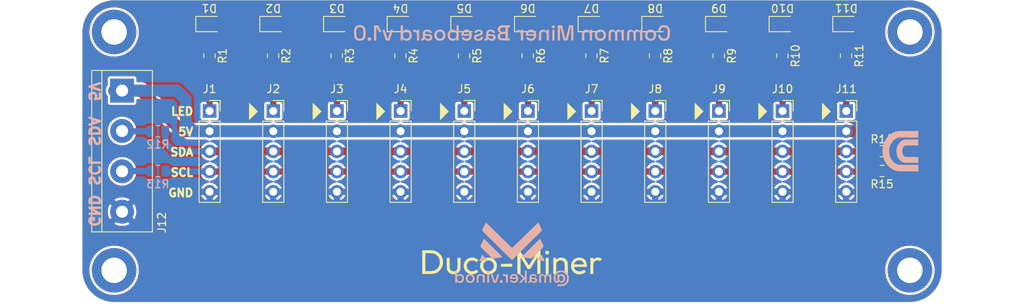
<source format=kicad_pcb>
(kicad_pcb (version 20221018) (generator pcbnew)
  (layers (0 "F.Cu" signal) (31 "B.Cu" signal) (34 "B.Paste" user) (35 "F.Paste" user) (36 "B.SilkS" user "B.Silkscreen") (37 "F.SilkS" user "F.Silkscreen") (38 "B.Mask" user) (39 "F.Mask" user) (44 "Edge.Cuts" user))
  (net 0 "")
  (net 1 "Net-(D1-A)")
  (net 2 "GND")
  (net 3 "Net-(D2-A)")
  (net 4 "Net-(D3-A)")
  (net 5 "Net-(D4-A)")
  (net 6 "Net-(D5-A)")
  (net 7 "Net-(D6-A)")
  (net 8 "Net-(D7-A)")
  (net 9 "Net-(D8-A)")
  (net 10 "Net-(D9-A)")
  (net 11 "Net-(D10-A)")
  (net 12 "Net-(D11-A)")
  (net 13 "SCL")
  (net 14 "SDA")
  (net 15 "5V")
  (net 16 "LED_1")
  (net 17 "LED_2")
  (net 18 "LED_3")
  (net 19 "LED_4")
  (net 20 "LED_5")
  (net 21 "LED_6")
  (net 22 "LED_7")
  (net 23 "LED_8")
  (net 24 "LED_9")
  (net 25 "LED_10")
  (net 26 "LED_11")
  (net 27 "Net-(J12-Pin_2)")
  (net 28 "Net-(J12-Pin_3)")
  (footprint "LED_SMD:LED_0805_2012Metric" (layer "F.Cu") (at 50 49)
    (fp_text reference "D2" (at 0 -2 180 unlocked) (layer "F.SilkS"))
    (fp_text value "LED")
    (pad "1" smd roundrect (at -0.9375 0) (size 0.975 1.4) (layers "F.Cu" "F.Paste" "F.Mask") (net 2 "GND"))
    (pad "2" smd roundrect (at 0.9375 0) (size 0.975 1.4) (layers "F.Cu" "F.Paste" "F.Mask") (net 3 "Net-(D2-A)"))
  )
  (footprint "LED_SMD:LED_0805_2012Metric" (layer "F.Cu") (at 57.995 49)
    (fp_text reference "D3" (at 0 -2 180 unlocked) (layer "F.SilkS"))
    (fp_text value "LED")
    (pad "1" smd roundrect (at -0.9375 0) (size 0.975 1.4) (layers "F.Cu" "F.Paste" "F.Mask") (net 2 "GND"))
    (pad "2" smd roundrect (at 0.9375 0) (size 0.975 1.4) (layers "F.Cu" "F.Paste" "F.Mask") (net 4 "Net-(D3-A)"))
  )
  (footprint "LED_SMD:LED_0805_2012Metric" (layer "F.Cu") (at 65.995 49)
    (fp_text reference "D4" (at 0 -2 180 unlocked) (layer "F.SilkS"))
    (fp_text value "LED")
    (pad "1" smd roundrect (at -0.9375 0) (size 0.975 1.4) (layers "F.Cu" "F.Paste" "F.Mask") (net 2 "GND"))
    (pad "2" smd roundrect (at 0.9375 0) (size 0.975 1.4) (layers "F.Cu" "F.Paste" "F.Mask") (net 5 "Net-(D4-A)"))
  )
  (footprint "LED_SMD:LED_0805_2012Metric" (layer "F.Cu") (at 73.995 49)
    (fp_text reference "D5" (at 0.005 -2 180 unlocked) (layer "F.SilkS"))
    (fp_text value "LED")
    (pad "1" smd roundrect (at -0.9375 0) (size 0.975 1.4) (layers "F.Cu" "F.Paste" "F.Mask") (net 2 "GND"))
    (pad "2" smd roundrect (at 0.9375 0) (size 0.975 1.4) (layers "F.Cu" "F.Paste" "F.Mask") (net 6 "Net-(D5-A)"))
  )
  (footprint "LED_SMD:LED_0805_2012Metric" (layer "F.Cu") (at 81.995 49)
    (fp_text reference "D6" (at 0 -2 180 unlocked) (layer "F.SilkS"))
    (fp_text value "LED")
    (pad "1" smd roundrect (at -0.9375 0) (size 0.975 1.4) (layers "F.Cu" "F.Paste" "F.Mask") (net 2 "GND"))
    (pad "2" smd roundrect (at 0.9375 0) (size 0.975 1.4) (layers "F.Cu" "F.Paste" "F.Mask") (net 7 "Net-(D6-A)"))
  )
  (footprint "LED_SMD:LED_0805_2012Metric" (layer "F.Cu") (at 89.995 49)
    (fp_text reference "D7" (at 0 -2 180 unlocked) (layer "F.SilkS"))
    (fp_text value "LED")
    (pad "1" smd roundrect (at -0.9375 0) (size 0.975 1.4) (layers "F.Cu" "F.Paste" "F.Mask") (net 2 "GND"))
    (pad "2" smd roundrect (at 0.9375 0) (size 0.975 1.4) (layers "F.Cu" "F.Paste" "F.Mask") (net 8 "Net-(D7-A)"))
  )
  (footprint "LED_SMD:LED_0805_2012Metric" (layer "F.Cu") (at 97.995 49)
    (fp_text reference "D8" (at 0.005 -2 180 unlocked) (layer "F.SilkS"))
    (fp_text value "LED")
    (pad "1" smd roundrect (at -0.9375 0) (size 0.975 1.4) (layers "F.Cu" "F.Paste" "F.Mask") (net 2 "GND"))
    (pad "2" smd roundrect (at 0.9375 0) (size 0.975 1.4) (layers "F.Cu" "F.Paste" "F.Mask") (net 9 "Net-(D8-A)"))
  )
  (footprint "LED_SMD:LED_0805_2012Metric" (layer "F.Cu") (at 105.995 49)
    (fp_text reference "D9" (at 0.005 -2 180 unlocked) (layer "F.SilkS"))
    (fp_text value "LED")
    (pad "1" smd roundrect (at -0.9375 0) (size 0.975 1.4) (layers "F.Cu" "F.Paste" "F.Mask") (net 2 "GND"))
    (pad "2" smd roundrect (at 0.9375 0) (size 0.975 1.4) (layers "F.Cu" "F.Paste" "F.Mask") (net 10 "Net-(D9-A)"))
  )
  (footprint "LED_SMD:LED_0805_2012Metric" (layer "F.Cu") (at 113.995 49)
    (fp_text reference "D10" (at 0 -2 180 unlocked) (layer "F.SilkS"))
    (fp_text value "LED")
    (pad "1" smd roundrect (at -0.9375 0) (size 0.975 1.4) (layers "F.Cu" "F.Paste" "F.Mask") (net 2 "GND"))
    (pad "2" smd roundrect (at 0.9375 0) (size 0.975 1.4) (layers "F.Cu" "F.Paste" "F.Mask") (net 11 "Net-(D10-A)"))
  )
  (footprint "LED_SMD:LED_0805_2012Metric" (layer "F.Cu") (at 121.995 49)
    (fp_text reference "D11" (at 0 -2 180 unlocked) (layer "F.SilkS"))
    (fp_text value "LED")
    (pad "1" smd roundrect (at -0.9375 0) (size 0.975 1.4) (layers "F.Cu" "F.Paste" "F.Mask") (net 2 "GND"))
    (pad "2" smd roundrect (at 0.9375 0) (size 0.975 1.4) (layers "F.Cu" "F.Paste" "F.Mask") (net 12 "Net-(D11-A)"))
  )
  (footprint "Connector_PinSocket_2.54mm:PinSocket_1x05_P2.54mm_Vertical" (layer "F.Cu") (at 50 59.95)
    (fp_text reference "J2" (at 0 -2.77) (layer "F.SilkS"))
    (fp_text value "EXP2")
    (pad "1" thru_hole rect (at 0 0) (size 1.7 1.7) (drill 1) (layers "*.Cu" "*.Mask") (net 17 "LED_2"))
    (pad "2" thru_hole oval (at 0 2.54) (size 1.7 1.7) (drill 1) (layers "*.Cu" "*.Mask") (net 15 "5V"))
    (pad "3" thru_hole oval (at 0 5.08) (size 1.7 1.7) (drill 1) (layers "*.Cu" "*.Mask") (net 14 "SDA"))
    (pad "4" thru_hole oval (at 0 7.62) (size 1.7 1.7) (drill 1) (layers "*.Cu" "*.Mask") (net 13 "SCL"))
    (pad "5" thru_hole oval (at 0 10.16) (size 1.7 1.7) (drill 1) (layers "*.Cu" "*.Mask") (net 2 "GND"))
  )
  (footprint "Connector_PinSocket_2.54mm:PinSocket_1x05_P2.54mm_Vertical" (layer "F.Cu") (at 58 59.95)
    (fp_text reference "J3" (at 0 -2.77) (layer "F.SilkS"))
    (fp_text value "EXP3")
    (pad "1" thru_hole rect (at 0 0) (size 1.7 1.7) (drill 1) (layers "*.Cu" "*.Mask") (net 18 "LED_3"))
    (pad "2" thru_hole oval (at 0 2.54) (size 1.7 1.7) (drill 1) (layers "*.Cu" "*.Mask") (net 15 "5V"))
    (pad "3" thru_hole oval (at 0 5.08) (size 1.7 1.7) (drill 1) (layers "*.Cu" "*.Mask") (net 14 "SDA"))
    (pad "4" thru_hole oval (at 0 7.62) (size 1.7 1.7) (drill 1) (layers "*.Cu" "*.Mask") (net 13 "SCL"))
    (pad "5" thru_hole oval (at 0 10.16) (size 1.7 1.7) (drill 1) (layers "*.Cu" "*.Mask") (net 2 "GND"))
  )
  (footprint "Connector_PinSocket_2.54mm:PinSocket_1x05_P2.54mm_Vertical" (layer "F.Cu") (at 66 59.95)
    (fp_text reference "J4" (at 0 -2.77) (layer "F.SilkS"))
    (fp_text value "EXP4")
    (pad "1" thru_hole rect (at 0 0) (size 1.7 1.7) (drill 1) (layers "*.Cu" "*.Mask") (net 19 "LED_4"))
    (pad "2" thru_hole oval (at 0 2.54) (size 1.7 1.7) (drill 1) (layers "*.Cu" "*.Mask") (net 15 "5V"))
    (pad "3" thru_hole oval (at 0 5.08) (size 1.7 1.7) (drill 1) (layers "*.Cu" "*.Mask") (net 14 "SDA"))
    (pad "4" thru_hole oval (at 0 7.62) (size 1.7 1.7) (drill 1) (layers "*.Cu" "*.Mask") (net 13 "SCL"))
    (pad "5" thru_hole oval (at 0 10.16) (size 1.7 1.7) (drill 1) (layers "*.Cu" "*.Mask") (net 2 "GND"))
  )
  (footprint "Connector_PinSocket_2.54mm:PinSocket_1x05_P2.54mm_Vertical" (layer "F.Cu") (at 74 59.95)
    (fp_text reference "J5" (at 0 -2.77) (layer "F.SilkS"))
    (fp_text value "EXP5")
    (pad "1" thru_hole rect (at 0 0) (size 1.7 1.7) (drill 1) (layers "*.Cu" "*.Mask") (net 20 "LED_5"))
    (pad "2" thru_hole oval (at 0 2.54) (size 1.7 1.7) (drill 1) (layers "*.Cu" "*.Mask") (net 15 "5V"))
    (pad "3" thru_hole oval (at 0 5.08) (size 1.7 1.7) (drill 1) (layers "*.Cu" "*.Mask") (net 14 "SDA"))
    (pad "4" thru_hole oval (at 0 7.62) (size 1.7 1.7) (drill 1) (layers "*.Cu" "*.Mask") (net 13 "SCL"))
    (pad "5" thru_hole oval (at 0 10.16) (size 1.7 1.7) (drill 1) (layers "*.Cu" "*.Mask") (net 2 "GND"))
  )
  (footprint "Connector_PinSocket_2.54mm:PinSocket_1x05_P2.54mm_Vertical" (layer "F.Cu") (at 82 59.95)
    (fp_text reference "J6" (at 0 -2.77) (layer "F.SilkS"))
    (fp_text value "EXP6")
    (pad "1" thru_hole rect (at 0 0) (size 1.7 1.7) (drill 1) (layers "*.Cu" "*.Mask") (net 21 "LED_6"))
    (pad "2" thru_hole oval (at 0 2.54) (size 1.7 1.7) (drill 1) (layers "*.Cu" "*.Mask") (net 15 "5V"))
    (pad "3" thru_hole oval (at 0 5.08) (size 1.7 1.7) (drill 1) (layers "*.Cu" "*.Mask") (net 14 "SDA"))
    (pad "4" thru_hole oval (at 0 7.62) (size 1.7 1.7) (drill 1) (layers "*.Cu" "*.Mask") (net 13 "SCL"))
    (pad "5" thru_hole oval (at 0 10.16) (size 1.7 1.7) (drill 1) (layers "*.Cu" "*.Mask") (net 2 "GND"))
  )
  (footprint "Connector_PinSocket_2.54mm:PinSocket_1x05_P2.54mm_Vertical" (layer "F.Cu") (at 90 59.95)
    (fp_text reference "J7" (at 0 -2.77) (layer "F.SilkS"))
    (fp_text value "EXP7")
    (pad "1" thru_hole rect (at 0 0) (size 1.7 1.7) (drill 1) (layers "*.Cu" "*.Mask") (net 22 "LED_7"))
    (pad "2" thru_hole oval (at 0 2.54) (size 1.7 1.7) (drill 1) (layers "*.Cu" "*.Mask") (net 15 "5V"))
    (pad "3" thru_hole oval (at 0 5.08) (size 1.7 1.7) (drill 1) (layers "*.Cu" "*.Mask") (net 14 "SDA"))
    (pad "4" thru_hole oval (at 0 7.62) (size 1.7 1.7) (drill 1) (layers "*.Cu" "*.Mask") (net 13 "SCL"))
    (pad "5" thru_hole oval (at 0 10.16) (size 1.7 1.7) (drill 1) (layers "*.Cu" "*.Mask") (net 2 "GND"))
  )
  (footprint "Connector_PinSocket_2.54mm:PinSocket_1x05_P2.54mm_Vertical" (layer "F.Cu") (at 106 59.95)
    (fp_text reference "J9" (at 0 -2.77) (layer "F.SilkS"))
    (fp_text value "EXP9")
    (pad "1" thru_hole rect (at 0 0) (size 1.7 1.7) (drill 1) (layers "*.Cu" "*.Mask") (net 24 "LED_9"))
    (pad "2" thru_hole oval (at 0 2.54) (size 1.7 1.7) (drill 1) (layers "*.Cu" "*.Mask") (net 15 "5V"))
    (pad "3" thru_hole oval (at 0 5.08) (size 1.7 1.7) (drill 1) (layers "*.Cu" "*.Mask") (net 14 "SDA"))
    (pad "4" thru_hole oval (at 0 7.62) (size 1.7 1.7) (drill 1) (layers "*.Cu" "*.Mask") (net 13 "SCL"))
    (pad "5" thru_hole oval (at 0 10.16) (size 1.7 1.7) (drill 1) (layers "*.Cu" "*.Mask") (net 2 "GND"))
  )
  (footprint "Connector_PinSocket_2.54mm:PinSocket_1x05_P2.54mm_Vertical" (layer "F.Cu") (at 114 59.95)
    (fp_text reference "J10" (at 0 -2.77) (layer "F.SilkS"))
    (fp_text value "EXP10")
    (pad "1" thru_hole rect (at 0 0) (size 1.7 1.7) (drill 1) (layers "*.Cu" "*.Mask") (net 25 "LED_10"))
    (pad "2" thru_hole oval (at 0 2.54) (size 1.7 1.7) (drill 1) (layers "*.Cu" "*.Mask") (net 15 "5V"))
    (pad "3" thru_hole oval (at 0 5.08) (size 1.7 1.7) (drill 1) (layers "*.Cu" "*.Mask") (net 14 "SDA"))
    (pad "4" thru_hole oval (at 0 7.62) (size 1.7 1.7) (drill 1) (layers "*.Cu" "*.Mask") (net 13 "SCL"))
    (pad "5" thru_hole oval (at 0 10.16) (size 1.7 1.7) (drill 1) (layers "*.Cu" "*.Mask") (net 2 "GND"))
  )
  (footprint "Connector_PinSocket_2.54mm:PinSocket_1x05_P2.54mm_Vertical" (layer "F.Cu") (at 122 59.95)
    (fp_text reference "J11" (at 0 -2.77) (layer "F.SilkS"))
    (fp_text value "EXP11")
    (pad "1" thru_hole rect (at 0 0) (size 1.7 1.7) (drill 1) (layers "*.Cu" "*.Mask") (net 26 "LED_11"))
    (pad "2" thru_hole oval (at 0 2.54) (size 1.7 1.7) (drill 1) (layers "*.Cu" "*.Mask") (net 15 "5V"))
    (pad "3" thru_hole oval (at 0 5.08) (size 1.7 1.7) (drill 1) (layers "*.Cu" "*.Mask") (net 14 "SDA"))
    (pad "4" thru_hole oval (at 0 7.62) (size 1.7 1.7) (drill 1) (layers "*.Cu" "*.Mask") (net 13 "SCL"))
    (pad "5" thru_hole oval (at 0 10.16) (size 1.7 1.7) (drill 1) (layers "*.Cu" "*.Mask") (net 2 "GND"))
  )
  (footprint "Resistor_SMD:R_0805_2012Metric" (layer "F.Cu") (at 41.975 53 -90)
    (fp_text reference "R1" (at 0 -1.65 90) (layer "F.SilkS"))
    (fp_text value "1k")
    (pad "1" smd roundrect (at -0.9375 0 270) (size 0.975 1.4) (layers "F.Cu" "F.Paste" "F.Mask") (net 1 "Net-(D1-A)"))
    (pad "2" smd roundrect (at 0.9375 0 270) (size 0.975 1.4) (layers "F.Cu" "F.Paste" "F.Mask") (net 16 "LED_1"))
  )
  (footprint "Resistor_SMD:R_0805_2012Metric" (layer "F.Cu") (at 49.975 53 -90)
    (fp_text reference "R2" (at 0 -1.65 90) (layer "F.SilkS"))
    (fp_text value "1k")
    (pad "1" smd roundrect (at -0.9375 0 270) (size 0.975 1.4) (layers "F.Cu" "F.Paste" "F.Mask") (net 3 "Net-(D2-A)"))
    (pad "2" smd roundrect (at 0.9375 0 270) (size 0.975 1.4) (layers "F.Cu" "F.Paste" "F.Mask") (net 17 "LED_2"))
  )
  (footprint "Resistor_SMD:R_0805_2012Metric" (layer "F.Cu") (at 57.975 53 -90)
    (fp_text reference "R3" (at 0 -1.65 90) (layer "F.SilkS"))
    (fp_text value "1k")
    (pad "1" smd roundrect (at -0.9375 0 270) (size 0.975 1.4) (layers "F.Cu" "F.Paste" "F.Mask") (net 4 "Net-(D3-A)"))
    (pad "2" smd roundrect (at 0.9375 0 270) (size 0.975 1.4) (layers "F.Cu" "F.Paste" "F.Mask") (net 18 "LED_3"))
  )
  (footprint "Resistor_SMD:R_0805_2012Metric" (layer "F.Cu") (at 65.975 53 -90)
    (fp_text reference "R4" (at 0 -1.65 90) (layer "F.SilkS"))
    (fp_text value "1k")
    (pad "1" smd roundrect (at -0.9375 0 270) (size 0.975 1.4) (layers "F.Cu" "F.Paste" "F.Mask") (net 5 "Net-(D4-A)"))
    (pad "2" smd roundrect (at 0.9375 0 270) (size 0.975 1.4) (layers "F.Cu" "F.Paste" "F.Mask") (net 19 "LED_4"))
  )
  (footprint "Resistor_SMD:R_0805_2012Metric" (layer "F.Cu") (at 73.975 53 -90)
    (fp_text reference "R5" (at 0 -1.65 90) (layer "F.SilkS"))
    (fp_text value "1k")
    (pad "1" smd roundrect (at -0.9375 0 270) (size 0.975 1.4) (layers "F.Cu" "F.Paste" "F.Mask") (net 6 "Net-(D5-A)"))
    (pad "2" smd roundrect (at 0.9375 0 270) (size 0.975 1.4) (layers "F.Cu" "F.Paste" "F.Mask") (net 20 "LED_5"))
  )
  (footprint "Resistor_SMD:R_0805_2012Metric" (layer "F.Cu") (at 81.975 53 -90)
    (fp_text reference "R6" (at 0 -1.65 90) (layer "F.SilkS"))
    (fp_text value "1k")
    (pad "1" smd roundrect (at -0.9375 0 270) (size 0.975 1.4) (layers "F.Cu" "F.Paste" "F.Mask") (net 7 "Net-(D6-A)"))
    (pad "2" smd roundrect (at 0.9375 0 270) (size 0.975 1.4) (layers "F.Cu" "F.Paste" "F.Mask") (net 21 "LED_6"))
  )
  (footprint "Resistor_SMD:R_0805_2012Metric" (layer "F.Cu") (at 89.975 53 -90)
    (fp_text reference "R7" (at 0 -1.65 90) (layer "F.SilkS"))
    (fp_text value "1k")
    (pad "1" smd roundrect (at -0.9375 0 270) (size 0.975 1.4) (layers "F.Cu" "F.Paste" "F.Mask") (net 8 "Net-(D7-A)"))
    (pad "2" smd roundrect (at 0.9375 0 270) (size 0.975 1.4) (layers "F.Cu" "F.Paste" "F.Mask") (net 22 "LED_7"))
  )
  (footprint "Resistor_SMD:R_0805_2012Metric" (layer "F.Cu") (at 97.975 53 -90)
    (fp_text reference "R8" (at 0 -1.65 90) (layer "F.SilkS"))
    (fp_text value "1k")
    (pad "1" smd roundrect (at -0.9375 0 270) (size 0.975 1.4) (layers "F.Cu" "F.Paste" "F.Mask") (net 9 "Net-(D8-A)"))
    (pad "2" smd roundrect (at 0.9375 0 270) (size 0.975 1.4) (layers "F.Cu" "F.Paste" "F.Mask") (net 23 "LED_8"))
  )
  (footprint "Resistor_SMD:R_0805_2012Metric" (layer "F.Cu") (at 105.975 53 -90)
    (fp_text reference "R9" (at 0 -1.65 90) (layer "F.SilkS"))
    (fp_text value "1k")
    (pad "1" smd roundrect (at -0.9375 0 270) (size 0.975 1.4) (layers "F.Cu" "F.Paste" "F.Mask") (net 10 "Net-(D9-A)"))
    (pad "2" smd roundrect (at 0.9375 0 270) (size 0.975 1.4) (layers "F.Cu" "F.Paste" "F.Mask") (net 24 "LED_9"))
  )
  (footprint "Resistor_SMD:R_0805_2012Metric" (layer "F.Cu") (at 113.975 53 -90)
    (fp_text reference "R10" (at 0 -1.65 90) (layer "F.SilkS"))
    (fp_text value "1k")
    (pad "1" smd roundrect (at -0.9375 0 270) (size 0.975 1.4) (layers "F.Cu" "F.Paste" "F.Mask") (net 11 "Net-(D10-A)"))
    (pad "2" smd roundrect (at 0.9375 0 270) (size 0.975 1.4) (layers "F.Cu" "F.Paste" "F.Mask") (net 25 "LED_10"))
  )
  (footprint "Resistor_SMD:R_0805_2012Metric" (layer "F.Cu") (at 121.975 53 -90)
    (fp_text reference "R11" (at 0 -1.65 90) (layer "F.SilkS"))
    (fp_text value "1k")
    (pad "1" smd roundrect (at -0.9375 0 270) (size 0.975 1.4) (layers "F.Cu" "F.Paste" "F.Mask") (net 12 "Net-(D11-A)"))
    (pad "2" smd roundrect (at 0.9375 0 270) (size 0.975 1.4) (layers "F.Cu" "F.Paste" "F.Mask") (net 26 "LED_11"))
  )
  (footprint "Connector_PinSocket_2.54mm:PinSocket_1x05_P2.54mm_Vertical" (layer "F.Cu") (at 98 59.95)
    (fp_text reference "J8" (at 0 -2.77) (layer "F.SilkS"))
    (fp_text value "EXP8")
    (pad "1" thru_hole rect (at 0 0) (size 1.7 1.7) (drill 1) (layers "*.Cu" "*.Mask") (net 23 "LED_8"))
    (pad "2" thru_hole oval (at 0 2.54) (size 1.7 1.7) (drill 1) (layers "*.Cu" "*.Mask") (net 15 "5V"))
    (pad "3" thru_hole oval (at 0 5.08) (size 1.7 1.7) (drill 1) (layers "*.Cu" "*.Mask") (net 14 "SDA"))
    (pad "4" thru_hole oval (at 0 7.62) (size 1.7 1.7) (drill 1) (layers "*.Cu" "*.Mask") (net 13 "SCL"))
    (pad "5" thru_hole oval (at 0 10.16) (size 1.7 1.7) (drill 1) (layers "*.Cu" "*.Mask") (net 2 "GND"))
  )
  (footprint "Connector_PinSocket_2.54mm:PinSocket_1x05_P2.54mm_Vertical" (layer "F.Cu") (at 42 59.95)
    (fp_text reference "J1" (at 0 -2.77) (layer "F.SilkS"))
    (fp_text value "EXP1")
    (pad "1" thru_hole rect (at 0 0) (size 1.7 1.7) (drill 1) (layers "*.Cu" "*.Mask") (net 16 "LED_1"))
    (pad "2" thru_hole oval (at 0 2.54) (size 1.7 1.7) (drill 1) (layers "*.Cu" "*.Mask") (net 15 "5V"))
    (pad "3" thru_hole oval (at 0 5.08) (size 1.7 1.7) (drill 1) (layers "*.Cu" "*.Mask") (net 14 "SDA"))
    (pad "4" thru_hole oval (at 0 7.62) (size 1.7 1.7) (drill 1) (layers "*.Cu" "*.Mask") (net 13 "SCL"))
    (pad "5" thru_hole oval (at 0 10.16) (size 1.7 1.7) (drill 1) (layers "*.Cu" "*.Mask") (net 2 "GND"))
  )
  (footprint "MountingHole:MountingHole_3.2mm_M3_DIN965_Pad" (layer "F.Cu") (at 30 50)
    (fp_text reference "REF**" hide)
    (fp_text value "MountingHole_3.2mm_M3_DIN965_Pad")
    (pad "1" thru_hole circle (at 0 0) (size 5.6 5.6) (drill 3.2) (layers "*.Cu" "*.Mask"))
  )
  (footprint "MountingHole:MountingHole_3.2mm_M3_DIN965_Pad" (layer "F.Cu") (at 130 50)
    (fp_text reference "REF**" hide)
    (fp_text value "MountingHole_3.2mm_M3_DIN965_Pad")
    (pad "1" thru_hole circle (at 0 0) (size 5.6 5.6) (drill 3.2) (layers "*.Cu" "*.Mask"))
  )
  (footprint "Resistor_SMD:R_0805_2012Metric" (layer "F.Cu") (at 126.5 65 180)
    (fp_text reference "R14" (at 0 1.5) (layer "F.SilkS"))
    (fp_text value "4.7K")
    (pad "1" smd roundrect (at -0.9375 0 180) (size 0.975 1.4) (layers "F.Cu" "F.Paste" "F.Mask") (net 15 "5V"))
    (pad "2" smd roundrect (at 0.9375 0 180) (size 0.975 1.4) (layers "F.Cu" "F.Paste" "F.Mask") (net 14 "SDA"))
  )
  (footprint "Resistor_SMD:R_0805_2012Metric" (layer "F.Cu") (at 126.5 67.5 180)
    (fp_text reference "R15" (at 0 -1.65) (layer "F.SilkS"))
    (fp_text value "4.7K")
    (pad "1" smd roundrect (at -0.9375 0 180) (size 0.975 1.4) (layers "F.Cu" "F.Paste" "F.Mask") (net 15 "5V"))
    (pad "2" smd roundrect (at 0.9375 0 180) (size 0.975 1.4) (layers "F.Cu" "F.Paste" "F.Mask") (net 13 "SCL"))
  )
  (footprint "LED_SMD:LED_0805_2012Metric" (layer "F.Cu") (at 41.955 49)
    (fp_text reference "D1" (at 0 -2 180 unlocked) (layer "F.SilkS"))
    (fp_text value "LED")
    (pad "1" smd roundrect (at -0.9375 0) (size 0.975 1.4) (layers "F.Cu" "F.Paste" "F.Mask") (net 2 "GND"))
    (pad "2" smd roundrect (at 0.9375 0) (size 0.975 1.4) (layers "F.Cu" "F.Paste" "F.Mask") (net 1 "Net-(D1-A)"))
  )
  (footprint "TerminalBlock:TerminalBlock_bornier-4_P5.08mm" (layer "F.Cu") (at 31 57.38 -90)
    (fp_text reference "J12" (at 16.62 -5 90) (layer "F.SilkS"))
    (fp_text value "EXP")
    (pad "1" thru_hole rect (at 0 0 270) (size 3 3) (drill 1.52) (layers "*.Cu" "*.Mask") (net 15 "5V"))
    (pad "2" thru_hole circle (at 5.08 0 270) (size 3 3) (drill 1.52) (layers "*.Cu" "*.Mask") (net 27 "Net-(J12-Pin_2)"))
    (pad "3" thru_hole circle (at 10.16 0 270) (size 3 3) (drill 1.52) (layers "*.Cu" "*.Mask") (net 28 "Net-(J12-Pin_3)"))
    (pad "4" thru_hole circle (at 15.24 0 270) (size 3 3) (drill 1.52) (layers "*.Cu" "*.Mask") (net 2 "GND"))
  )
  (footprint "Logo:DucoMiner_text-23x3mm" (layer "F.Cu") (at 79.991414 79)
    (fp_text reference "G***" hide)
    (fp_text value "LOGO" hide)
  )
  (footprint "MountingHole:MountingHole_3.2mm_M3_DIN965_Pad" (layer "F.Cu") (at 130 80)
    (fp_text reference "REF**" hide)
    (fp_text value "MountingHole_3.2mm_M3_DIN965_Pad")
    (pad "1" thru_hole circle (at 0 0) (size 5.6 5.6) (drill 3.2) (layers "*.Cu" "*.Mask"))
  )
  (footprint "MountingHole:MountingHole_3.2mm_M3_DIN965_Pad" (layer "F.Cu") (at 30 80)
    (fp_text reference "REF**" hide)
    (fp_text value "MountingHole_3.2mm_M3_DIN965_Pad" hide)
    (pad "1" thru_hole circle (at 0 0) (size 5.6 5.6) (drill 3.2) (layers "*.Cu" "*.Mask"))
  )
  (footprint "Resistor_SMD:R_0805_2012Metric" (layer "B.Cu") (at 35.5 62.5)
    (fp_text reference "R12" (at 0 1.65) (layer "B.SilkS") (effects (justify mirror)))
    (fp_text value "0R")
    (pad "1" smd roundrect (at -0.9375 0) (size 0.975 1.4) (layers "B.Cu" "B.Paste" "B.Mask") (net 27 "Net-(J12-Pin_2)"))
    (pad "2" smd roundrect (at 0.9375 0) (size 0.975 1.4) (layers "B.Cu" "B.Paste" "B.Mask") (net 14 "SDA"))
  )
  (footprint "Resistor_SMD:R_0805_2012Metric" (layer "B.Cu") (at 35.5 67.5)
    (fp_text reference "R13" (at 0 1.65) (layer "B.SilkS") (effects (justify mirror)))
    (fp_text value "0R")
    (pad "1" smd roundrect (at -0.9375 0) (size 0.975 1.4) (layers "B.Cu" "B.Paste" "B.Mask") (net 28 "Net-(J12-Pin_3)"))
    (pad "2" smd roundrect (at 0.9375 0) (size 0.975 1.4) (layers "B.Cu" "B.Paste" "B.Mask") (net 13 "SCL"))
  )
  (footprint "MV_LOGO:MV_LOGO-8x5mm" (layer "B.Cu") (at 80 76.5 180)
    (fp_text reference "G***" hide)
    (fp_text value "LOGO" hide)
  )
  (footprint "MV_LOGO:Duco_Logo" (layer "B.Cu") (at 129 65.031112 180)
    (fp_text reference "G***" hide)
    (fp_text value "LOGO" hide)
  )
  (footprint "MV_LOGO:maker.vinod-14x2mm" (layer "B.Cu") (at 80 81 180)
    (fp_text reference "G***" hide)
    (fp_text value "LOGO" hide)
  )
  (footprint "Logo:BoardName" (layer "B.Cu") (at 80.008237 50.126962 180)
    (fp_text reference "G***" hide)
    (fp_text value "LOGO" hide)
  )
  (gr_poly (pts (xy 120 60) (xy 119 61) (xy 119 59)) (stroke (width 0.1)) (fill solid) (layer "F.SilkS"))
  (gr_poly (pts (xy 56 60) (xy 55 61) (xy 55 59)) (stroke (width 0.1)) (fill solid) (layer "F.SilkS"))
  (gr_poly (pts (xy 88 60) (xy 87 61) (xy 87 59)) (stroke (width 0.1)) (fill solid) (layer "F.SilkS"))
  (gr_poly (pts (xy 96 60) (xy 95 61) (xy 95 59)) (stroke (width 0.1)) (fill solid) (layer "F.SilkS"))
  (gr_poly (pts (xy 80 60) (xy 79 61) (xy 79 59)) (stroke (width 0.1)) (fill solid) (layer "F.SilkS"))
  (gr_poly (pts (xy 104 60) (xy 103 61) (xy 103 59)) (stroke (width 0.1)) (fill solid) (layer "F.SilkS"))
  (gr_poly (pts (xy 64 60) (xy 63 61) (xy 63 59)) (stroke (width 0.1)) (fill solid) (layer "F.SilkS"))
  (gr_poly (pts (xy 48 60) (xy 47 61) (xy 47 59)) (stroke (width 0.1)) (fill solid) (layer "F.SilkS"))
  (gr_poly (pts (xy 72 60) (xy 71 61) (xy 71 59)) (stroke (width 0.1)) (fill solid) (layer "F.SilkS"))
  (gr_poly (pts (xy 112 60) (xy 111 61) (xy 111 59)) (stroke (width 0.1)) (fill solid) (layer "F.SilkS"))
  (gr_line (start 130 46) (end 30 46) (stroke (width 0.05)) (layer "Edge.Cuts"))
  (gr_line (start 134 80) (end 134 50) (stroke (width 0.05)) (layer "Edge.Cuts"))
  (gr_line (start 30 84) (end 130 84) (stroke (width 0.05)) (layer "Edge.Cuts"))
  (gr_arc (start 130 46) (mid 132.828427 47.171573) (end 134 50) (stroke (width 0.05)) (layer "Edge.Cuts"))
  (gr_arc (start 134 80) (mid 132.828427 82.828427) (end 130 84) (stroke (width 0.05)) (layer "Edge.Cuts"))
  (gr_arc (start 26 50) (mid 27.171573 47.171573) (end 30 46) (stroke (width 0.05)) (layer "Edge.Cuts"))
  (gr_line (start 26 50) (end 26 80) (stroke (width 0.05)) (layer "Edge.Cuts"))
  (gr_arc (start 30 84) (mid 27.171573 82.828427) (end 26 80) (stroke (width 0.05)) (layer "Edge.Cuts"))
  (gr_text "GND\n" (at 27.5 72.5 -90) (layer "B.SilkS") (effects (font (size 1.3 1.3) (thickness 0.3)) (justify mirror)))
  (gr_text "5V" (at 27.5 57.5 -90) (layer "B.SilkS") (effects (font (size 1.3 1.3) (thickness 0.3)) (justify mirror)))
  (gr_text "SCL" (at 27.5 67.5 -90) (layer "B.SilkS") (effects (font (size 1.3 1.3) (thickness 0.3)) (justify mirror)))
  (gr_text "SDA" (at 27.5 62.5 -90) (layer "B.SilkS") (effects (font (size 1.3 1.3) (thickness 0.3)) (justify mirror)))
  (gr_text "GND" (at 38.380952 70.25) (layer "F.SilkS") (effects (font (size 1 1) (thickness 0.25))))
  (gr_text "SDA" (at 38.5 65.125) (layer "F.SilkS") (effects (font (size 1 1) (thickness 0.25))))
  (gr_text "5V\n" (at 39 62.5625) (layer "F.SilkS") (effects (font (size 1 1) (thickness 0.25))))
  (gr_text "SCL" (at 38.523809 67.6875) (layer "F.SilkS") (effects (font (size 1 1) (thickness 0.25))))
  (gr_text "LED" (at 38.547619 60) (layer "F.SilkS") (effects (font (size 1 1) (thickness 0.25))))
  (segment (start 42.8925 51.145) (end 41.975 52.0625) (width 0.8) (layer "F.Cu") (net 1))
  (segment (start 42.8925 49) (end 42.8925 51.145) (width 0.8) (layer "F.Cu") (net 1))
  (segment (start 50.9375 49) (end 50.9375 51.1) (width 0.8) (layer "F.Cu") (net 3))
  (segment (start 50.9375 51.1) (end 49.975 52.0625) (width 0.8) (layer "F.Cu") (net 3))
  (segment (start 58.9325 49) (end 58.9325 51.105) (width 0.8) (layer "F.Cu") (net 4))
  (segment (start 58.9325 51.105) (end 57.975 52.0625) (width 0.8) (layer "F.Cu") (net 4))
  (segment (start 66.9325 49) (end 66.9325 51.105) (width 0.8) (layer "F.Cu") (net 5))
  (segment (start 66.9325 51.105) (end 65.975 52.0625) (width 0.8) (layer "F.Cu") (net 5))
  (segment (start 74.9325 49) (end 74.9325 51.105) (width 0.8) (layer "F.Cu") (net 6))
  (segment (start 74.9325 51.105) (end 73.975 52.0625) (width 0.8) (layer "F.Cu") (net 6))
  (segment (start 82.9325 49) (end 82.9325 51.105) (width 0.8) (layer "F.Cu") (net 7))
  (segment (start 82.9325 51.105) (end 81.975 52.0625) (width 0.8) (layer "F.Cu") (net 7))
  (segment (start 90.9325 51.105) (end 89.975 52.0625) (width 0.8) (layer "F.Cu") (net 8))
  (segment (start 90.9325 49) (end 90.9325 51.105) (width 0.8) (layer "F.Cu") (net 8))
  (segment (start 98.9325 51.105) (end 97.975 52.0625) (width 0.8) (layer "F.Cu") (net 9))
  (segment (start 98.9325 49) (end 98.9325 51.105) (width 0.8) (layer "F.Cu") (net 9))
  (segment (start 106.9325 51.105) (end 105.975 52.0625) (width 0.8) (layer "F.Cu") (net 10))
  (segment (start 106.9325 49) (end 106.9325 51.105) (width 0.8) (layer "F.Cu") (net 10))
  (segment (start 114.9325 49) (end 114.9325 51.105) (width 0.8) (layer "F.Cu") (net 11))
  (segment (start 114.9325 51.105) (end 113.975 52.0625) (width 0.8) (layer "F.Cu") (net 11))
  (segment (start 122.9325 51.105) (end 121.975 52.0625) (width 0.8) (layer "F.Cu") (net 12))
  (segment (start 122.9325 49) (end 122.9325 51.105) (width 0.8) (layer "F.Cu") (net 12))
  (segment (start 122 67.57) (end 125.4925 67.57) (width 0.8) (layer "F.Cu") (net 13))
  (segment (start 125.4925 67.57) (end 125.5625 67.5) (width 0.8) (layer "F.Cu") (net 13))
  (segment (start 121.97 67.54) (end 122 67.57) (width 1) (layer "F.Cu") (net 13))
  (segment (start 42 67.57) (end 122 67.57) (width 0.8) (layer "F.Cu") (net 13))
  (segment (start 42 67.57) (end 36.5075 67.57) (width 0.8) (layer "B.Cu") (net 13))
  (segment (start 36.5075 67.57) (end 36.4375 67.5) (width 0.8) (layer "B.Cu") (net 13))
  (segment (start 42 65.03) (end 122 65.03) (width 1) (layer "F.Cu") (net 14))
  (segment (start 122 65.03) (end 125.5325 65.03) (width 0.8) (layer "F.Cu") (net 14))
  (segment (start 125.5325 65.03) (end 125.5625 65) (width 0.8) (layer "F.Cu") (net 14))
  (segment (start 36.4375 63.9375) (end 36.4375 62.5) (width 0.8) (layer "B.Cu") (net 14))
  (segment (start 42 65.03) (end 37.53 65.03) (width 0.8) (layer "B.Cu") (net 14))
  (segment (start 37.53 65.03) (end 36.4375 63.9375) (width 0.8) (layer "B.Cu") (net 14))
  (segment (start 113.754002 62.49) (end 122 62.49) (width 1.5) (layer "F.Cu") (net 15))
  (segment (start 38.49 62.49) (end 42 62.49) (width 1.5) (layer "F.Cu") (net 15))
  (segment (start 33.38 57.38) (end 38.49 62.49) (width 1.5) (layer "F.Cu") (net 15))
  (segment (start 42 62.49) (end 113.754002 62.49) (width 1.5) (layer "F.Cu") (net 15))
  (segment (start 127.4375 63.4375) (end 127.4375 67.5) (width 1.5) (layer "F.Cu") (net 15))
  (segment (start 30 57.38) (end 33.38 57.38) (width 1.5) (layer "F.Cu") (net 15))
  (segment (start 122 62.49) (end 126.49 62.49) (width 1.5) (layer "F.Cu") (net 15))
  (segment (start 126.49 62.49) (end 127.4375 63.4375) (width 1.5) (layer "F.Cu") (net 15))
  (segment (start 42 62.49) (end 39.49 62.49) (width 1.5) (layer "B.Cu") (net 15))
  (segment (start 39.49 62.49) (end 39 62) (width 1.5) (layer "B.Cu") (net 15))
  (segment (start 46 62.5) (end 49.99 62.5) (width 1.5) (layer "B.Cu") (net 15))
  (segment (start 39.99 62.49) (end 39 61.5) (width 1.5) (layer "B.Cu") (net 15))
  (segment (start 39 58.5) (end 37.88 57.38) (width 1.5) (layer "B.Cu") (net 15))
  (segment (start 42.01 62.5) (end 42 62.49) (width 1.5) (layer "B.Cu") (net 15))
  (segment (start 39 62) (end 39 61.5) (width 1.5) (layer "B.Cu") (net 15))
  (segment (start 39 59.5) (end 39 58.5) (width 1.5) (layer "B.Cu") (net 15))
  (segment (start 50 62.49) (end 122 62.49) (width 1.5) (layer "B.Cu") (net 15))
  (segment (start 30 57.38) (end 36.38 57.38) (width 1.5) (layer "B.Cu") (net 15))
  (segment (start 37.88 57.38) (end 36.38 57.38) (width 1.5) (layer "B.Cu") (net 15))
  (segment (start 42 62.49) (end 39.99 62.49) (width 1.5) (layer "B.Cu") (net 15))
  (segment (start 46 62.5) (end 42.01 62.5) (width 1.5) (layer "B.Cu") (net 15))
  (segment (start 39 61.5) (end 39 59.5) (width 1.5) (layer "B.Cu") (net 15))
  (segment (start 49.99 62.5) (end 50 62.49) (width 1.5) (layer "B.Cu") (net 15))
  (segment (start 42 59.95) (end 42 53.9625) (width 0.8) (layer "F.Cu") (net 16))
  (segment (start 42 53.9625) (end 41.975 53.9375) (width 0.8) (layer "F.Cu") (net 16))
  (segment (start 50 59.95) (end 50 53.9625) (width 0.8) (layer "F.Cu") (net 17))
  (segment (start 50 53.9625) (end 49.975 53.9375) (width 0.8) (layer "F.Cu") (net 17))
  (segment (start 58 59.95) (end 58 53.9625) (width 0.8) (layer "F.Cu") (net 18))
  (segment (start 58 53.9625) (end 57.975 53.9375) (width 0.8) (layer "F.Cu") (net 18))
  (segment (start 66 59.95) (end 66 53.9625) (width 0.8) (layer "F.Cu") (net 19))
  (segment (start 66 53.9625) (end 65.975 53.9375) (width 0.8) (layer "F.Cu") (net 19))
  (segment (start 74 53.9625) (end 73.975 53.9375) (width 0.8) (layer "F.Cu") (net 20))
  (segment (start 74 59.95) (end 74 53.9625) (width 0.8) (layer "F.Cu") (net 20))
  (segment (start 82 53.9625) (end 81.975 53.9375) (width 0.8) (layer "F.Cu") (net 21))
  (segment (start 82 59.95) (end 82 53.9625) (width 0.8) (layer "F.Cu") (net 21))
  (segment (start 90 59.95) (end 90 53.9625) (width 0.8) (layer "F.Cu") (net 22))
  (segment (start 90 53.9625) (end 89.975 53.9375) (width 0.8) (layer "F.Cu") (net 22))
  (segment (start 98 53.9625) (end 97.975 53.9375) (width 0.8) (layer "F.Cu") (net 23))
  (segment (start 98 59.95) (end 98 53.9625) (width 0.8) (layer "F.Cu") (net 23))
  (segment (start 106 59.95) (end 106 53.9625) (width 0.8) (layer "F.Cu") (net 24))
  (segment (start 106 53.9625) (end 105.975 53.9375) (width 0.8) (layer "F.Cu") (net 24))
  (segment (start 114 53.9625) (end 113.975 53.9375) (width 0.8) (layer "F.Cu") (net 25))
  (segment (start 114 59.95) (end 114 53.9625) (width 0.8) (layer "F.Cu") (net 25))
  (segment (start 122 53.9625) (end 121.975 53.9375) (width 0.8) (layer "F.Cu") (net 26))
  (segment (start 122 59.95) (end 122 53.9625) (width 0.8) (layer "F.Cu") (net 26))
  (segment (start 34.5625 62.5) (end 30.04 62.5) (width 0.8) (layer "B.Cu") (net 27))
  (segment (start 30.04 62.5) (end 30 62.46) (width 0.8) (layer "B.Cu") (net 27))
  (segment (start 34.5625 67.5) (end 30.04 67.5) (width 0.8) (layer "B.Cu") (net 28))
  (segment (start 30.04 67.5) (end 30 67.54) (width 0.8) (layer "B.Cu") (net 28))
  (zone (net 2) (net_name "GND") (layer "F.Cu") (connect_pads (clearance 0.3)) (min_thickness 0.254) (fill yes (thermal_gap 0.3) (thermal_bridge_width 0.8))
    (polygon (pts (xy 134 84) (xy 26 84) (xy 26 46) (xy 134 46)))
  )
  (zone (net 2) (net_name "GND") (layer "B.Cu") (connect_pads (clearance 0.3)) (min_thickness 0.254) (fill yes (thermal_gap 0.3) (thermal_bridge_width 0.8))
    (polygon (pts (xy 134 84) (xy 26 84) (xy 26 46) (xy 134 46)))
  )
)
</source>
